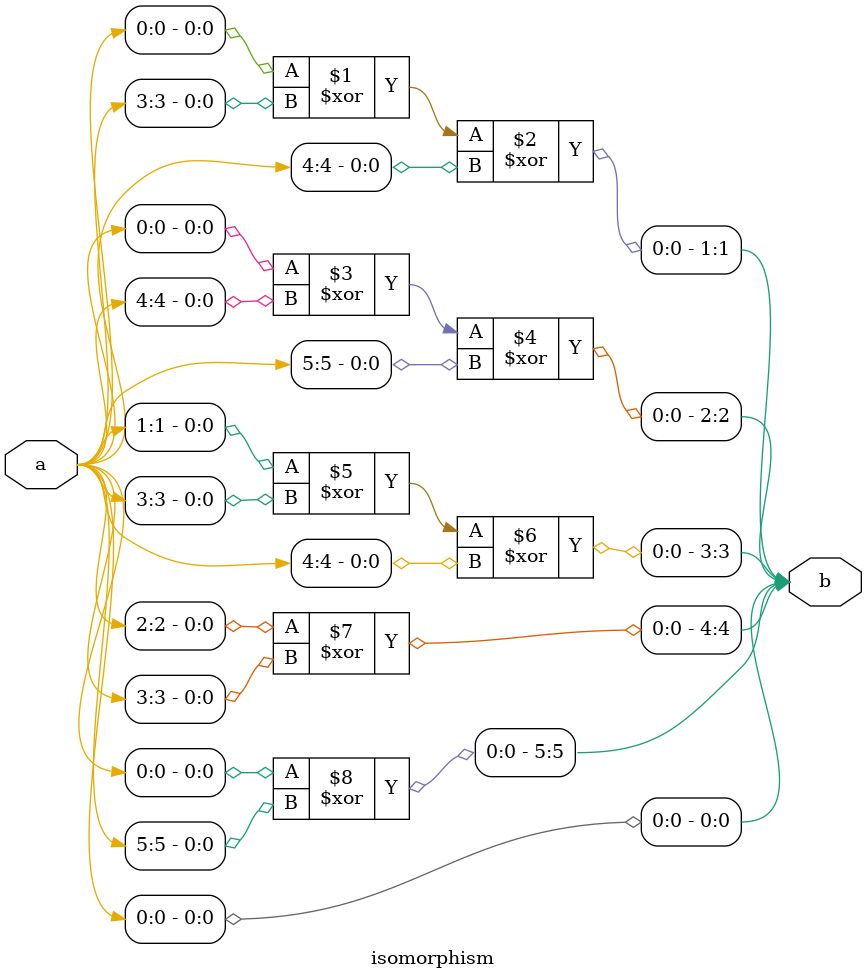
<source format=v>
`timescale 1ns/100ps
module SMS23_5_pn_7_2(x,y);
	 input [5:0] x;
	 output [5:0] y;
	 wire [5:0] w;
	 wire [5:0] p;
	 isomorphism C2 (x,w);
	 power_5 C3 (w,p);
	 inv_isomorphism C4 (p,y);
endmodule

module square_base(a,b);
	 input [1:0] a;
	 output [1:0] b;
	 assign b[0]=a[1];
	 assign b[1]=a[0];
endmodule

module add_base(a,b,c);
	 input [1:0] a;
	 input [1:0] b;
	 output [1:0] c;
	 assign c[0]=a[0]^b[0];
	 assign c[1]=a[1]^b[1];
endmodule

module constant_multiplication_base_0(a,b);
	 input [1:0] a;
	 output [1:0] b;
	 assign b[0]=0;
	 assign b[1]=0;
endmodule

module constant_multiplication_base_1(a,b);
	 input [1:0] a;
	 output [1:0] b;
	 assign b[0]=a[0];
	 assign b[1]=a[1];
endmodule

module constant_multiplication_base_2(a,b);
	 input [1:0] a;
	 output [1:0] b;
	 assign b[0]=a[1];
	 assign b[1]=a[0]^a[1];
endmodule

module constant_multiplication_base_3(a,b);
	 input [1:0] a;
	 output [1:0] b;
	 assign b[0]=a[0]^a[1];
	 assign b[1]=a[0];
endmodule

module multiplication_base(a,b,c);
	 input [1:0] a;
	 input [1:0] b;
	 output [1:0] c;
	 wire t;
	 assign t=(a[0]&b[1])^(a[1]&b[0]);
	 assign c[0]=(a[1]&b[1])^t;
	 assign c[1]=(a[0]&b[0])^t;
endmodule
module power_5(a,b);
	 input [5:0] a;
	 output [5:0] b;
	 wire [1:0] x_0;
	 wire [1:0] x_1;
	 wire [1:0] x_2;
	 wire [1:0] y_0;
	 wire [1:0] y_1;
	 wire [1:0] y_2;
	 wire [1:0] y_3;
	 wire [1:0] y_4;
	 wire [1:0] y_5;
	 wire [1:0] z_00;
	 wire [1:0] z_01;
	 wire [1:0] z_02;
	 wire [1:0] z_03;
	 wire [1:0] z_04;
	 wire [1:0] z_10;
	 wire [1:0] z_11;
	 wire [1:0] z_12;
	 wire [1:0] z_13;
	 wire [1:0] z_14;
	 wire [1:0] z_20;
	 wire [1:0] z_21;
	 wire [1:0] z_22;
	 wire [1:0] z_23;
	 wire [1:0] z_24;
	 wire [1:0] w_00;
	 wire [1:0] w_01;
	 wire [1:0] w_02;
	 wire [1:0] w_03;
	 wire [1:0] w_04;
	 wire [1:0] w_05;
	 wire [1:0] w_10;
	 wire [1:0] w_11;
	 wire [1:0] w_12;
	 wire [1:0] w_13;
	 wire [1:0] w_14;
	 wire [1:0] w_15;
	 wire [1:0] w_20;
	 wire [1:0] w_21;
	 wire [1:0] w_22;
	 wire [1:0] w_23;
	 wire [1:0] w_24;
	 wire [1:0] w_25;
	 assign x_0[0]=a[0];
	 assign x_0[1]=a[1];
	 assign x_1[0]=a[2];
	 assign x_1[1]=a[3];
	 assign x_2[0]=a[4];
	 assign x_2[1]=a[5];
	 square_base  A1 (x_0,y_0);
	 square_base A2 (x_1,y_1);
	 square_base A3 (x_2,y_2);
	 multiplication_base A4 (x_0,x_1,y_3);
	 multiplication_base A5 (x_0,x_2,y_4);
	 multiplication_base A6 (x_1,x_2,y_5);
	 constant_multiplication_base_1 MC00 (y_0,w_00);
	 constant_multiplication_base_0 MC01 (y_1,w_01);
	 constant_multiplication_base_3 MC02 (y_2,w_02);
	 constant_multiplication_base_1 MC03 (y_3,w_03);
	 constant_multiplication_base_1 MC04 (y_4,w_04);
	 constant_multiplication_base_3 MC05 (y_5,w_05);
	 constant_multiplication_base_0 MC10 (y_0,w_10);
	 constant_multiplication_base_1 MC11 (y_1,w_11);
	 constant_multiplication_base_1 MC12 (y_2,w_12);
	 constant_multiplication_base_3 MC13 (y_3,w_13);
	 constant_multiplication_base_0 MC14 (y_4,w_14);
	 constant_multiplication_base_2 MC15 (y_5,w_15);
	 constant_multiplication_base_0 MC20 (y_0,w_20);
	 constant_multiplication_base_2 MC21 (y_1,w_21);
	 constant_multiplication_base_1 MC22 (y_2,w_22);
	 constant_multiplication_base_0 MC23 (y_3,w_23);
	 constant_multiplication_base_2 MC24 (y_4,w_24);
	 constant_multiplication_base_3 MC25 (y_5,w_25);
	 add_base B00 (w_00,w_01,z_00);
	 add_base B01 (w_02,w_03,z_01);
	 add_base B02 (w_04,w_05,z_02);
	 add_base B03 (z_00,z_01,z_03);
	 add_base B04 (z_03,z_02,z_04);
	 add_base B10 (w_10,w_11,z_10);
	 add_base B11 (w_12,w_13,z_11);
	 add_base B12 (w_14,w_15,z_12);
	 add_base B13 (z_10,z_11,z_13);
	 add_base B14 (z_13,z_12,z_14);
	 add_base B20 (w_20,w_21,z_20);
	 add_base B21 (w_22,w_23,z_21);
	 add_base B22 (w_24,w_25,z_22);
	 add_base B23 (z_20,z_21,z_23);
	 add_base B24 (z_23,z_22,z_24);
	 assign b[0]=z_04[0];
	 assign b[1]=z_04[1];
	 assign b[2]=z_14[0];
	 assign b[3]=z_14[1];
	 assign b[4]=z_24[0];
	 assign b[5]=z_24[1];
endmodule

module inv_isomorphism(a,b);
	 input [5:0] a;
	 output [5:0] b;
	 assign b[0]=a[0]^a[5];
	 assign b[1]=a[0]^a[1]^a[4]^a[5];
	 assign b[2]=a[1]^a[2]^a[3]^a[4]^a[5];
	 assign b[3]=a[0]^a[2]^a[3]^a[4];
	 assign b[4]=a[0]^a[1]^a[3]^a[5];
	 assign b[5]=a[1]^a[2]^a[3];
endmodule

module isomorphism(a,b);
	 input [5:0] a;
	 output [5:0] b;
	 assign b[0]=a[0];
	 assign b[1]=a[0]^a[3]^a[4];
	 assign b[2]=a[0]^a[4]^a[5];
	 assign b[3]=a[1]^a[3]^a[4];
	 assign b[4]=a[2]^a[3];
	 assign b[5]=a[0]^a[5];
endmodule


</source>
